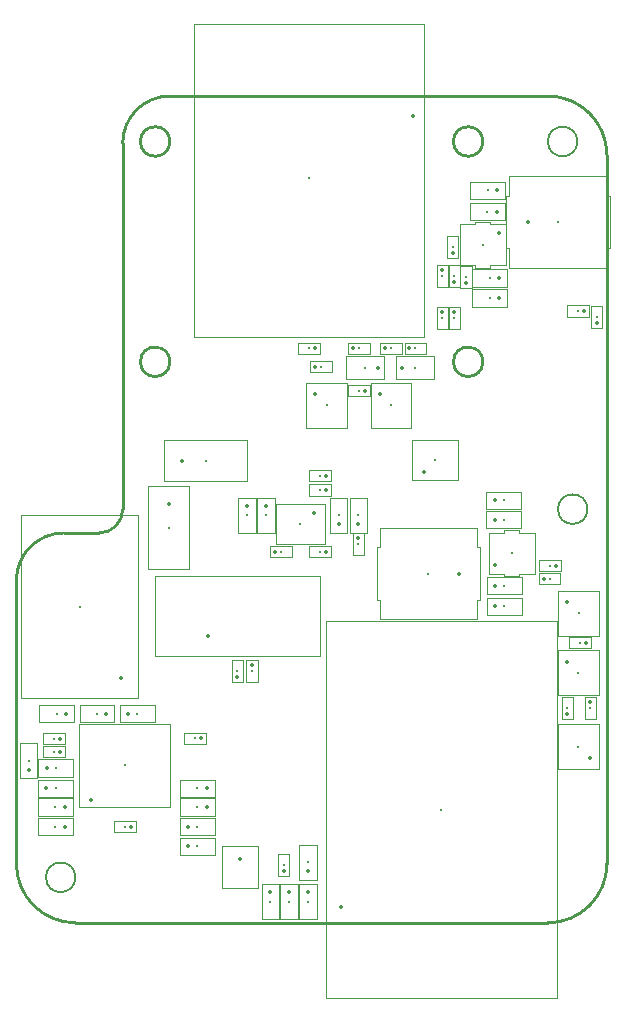
<source format=gbr>
%TF.GenerationSoftware,KiCad,Pcbnew,7.0.11*%
%TF.CreationDate,2024-11-04T12:51:28+05:30*%
%TF.ProjectId,ASD_Visitor Device,4153445f-5669-4736-9974-6f7220446576,rev?*%
%TF.SameCoordinates,Original*%
%TF.FileFunction,Component,L2,Bot*%
%TF.FilePolarity,Positive*%
%FSLAX46Y46*%
G04 Gerber Fmt 4.6, Leading zero omitted, Abs format (unit mm)*
G04 Created by KiCad (PCBNEW 7.0.11) date 2024-11-04 12:51:28*
%MOMM*%
%LPD*%
G01*
G04 APERTURE LIST*
%TA.AperFunction,ComponentMain*%
%ADD10C,0.300000*%
%TD*%
%TA.AperFunction,ComponentOutline,Courtyard*%
%ADD11C,0.100000*%
%TD*%
%TA.AperFunction,ComponentPin*%
%ADD12P,0.360000X4X0.000000*%
%TD*%
%TA.AperFunction,ComponentPin*%
%ADD13C,0.100000*%
%TD*%
%TA.AperFunction,Profile*%
%ADD14C,0.250000*%
%TD*%
%TA.AperFunction,Profile*%
%ADD15C,0.200000*%
%TD*%
G04 APERTURE END LIST*
D10*
%TO.C,C22*%
%TO.CFtp,C_0603_1608Metric*%
%TO.CVal,10uF*%
%TO.CLbN,Capacitor_SMD*%
%TO.CMnt,SMD*%
%TO.CRot,180*%
X149522000Y-102927500D03*
D11*
X151001999Y-102197501D02*
X151001999Y-103657499D01*
X148042001Y-103657499D01*
X148042001Y-102197501D01*
X151001999Y-102197501D01*
D12*
%TO.P,C22,1*%
X148747000Y-102927500D03*
D13*
%TO.P,C22,2*%
X150297000Y-102927500D03*
%TD*%
D10*
%TO.C,C4*%
%TO.CFtp,C_0603_1608Metric*%
%TO.CVal,0.1uF*%
%TO.CLbN,Capacitor_SMD*%
%TO.CMnt,SMD*%
%TO.CRot,180*%
X123585000Y-130560000D03*
D11*
X125064999Y-129830001D02*
X125064999Y-131289999D01*
X122105001Y-131289999D01*
X122105001Y-129830001D01*
X125064999Y-129830001D01*
D12*
%TO.P,C4,1*%
X122810000Y-130560000D03*
D13*
%TO.P,C4,2*%
X124360000Y-130560000D03*
%TD*%
D10*
%TO.C,Q2*%
%TO.CFtp,SOT-23*%
%TO.CVal,SI2304*%
%TO.CLbN,Package_TO_SOT_SMD*%
%TO.CMnt,SMD*%
%TO.CRot,90*%
X155840000Y-117530000D03*
D11*
X157539999Y-115610001D02*
X157539999Y-119449999D01*
X154140001Y-119449999D01*
X154140001Y-115610001D01*
X157539999Y-115610001D01*
D12*
%TO.P,Q2,1,G*%
X154890000Y-116592500D03*
D13*
%TO.P,Q2,2,S*%
X156790000Y-116592500D03*
%TO.P,Q2,3,D*%
X155840000Y-118467500D03*
%TD*%
D10*
%TO.C,Q4*%
%TO.CFtp,SOT-23*%
%TO.CVal,Si2301*%
%TO.CLbN,Package_TO_SOT_SMD*%
%TO.CMnt,SMD*%
%TO.CRot,180*%
X143687500Y-99550000D03*
D11*
X145607499Y-97850001D02*
X145607499Y-101249999D01*
X141767501Y-101249999D01*
X141767501Y-97850001D01*
X145607499Y-97850001D01*
D12*
%TO.P,Q4,1,G*%
X142750000Y-100500000D03*
D13*
%TO.P,Q4,2,S*%
X142750000Y-98600000D03*
%TO.P,Q4,3,D*%
X144625000Y-99550000D03*
%TD*%
D10*
%TO.C,R31*%
%TO.CFtp,R_0402_1005Metric*%
%TO.CVal,10K*%
%TO.CLbN,Resistor_SMD*%
%TO.CMnt,SMD*%
%TO.CRot,90*%
X144320000Y-87470000D03*
D11*
X144789999Y-86540001D02*
X144789999Y-88399999D01*
X143850001Y-88399999D01*
X143850001Y-86540001D01*
X144789999Y-86540001D01*
D12*
%TO.P,R31,1*%
X144320000Y-86960000D03*
D13*
%TO.P,R31,2*%
X144320000Y-87980000D03*
%TD*%
D10*
%TO.C,L1*%
%TO.CFtp,IND_IHLP-2525CZ-01_VIS-M*%
%TO.CVal,SRN8040-100M_INDUC*%
%TO.CLbN,Footprints*%
%TO.CMnt,SMD*%
%TO.CRot,180*%
X154110000Y-79360000D03*
D11*
X158237499Y-75486501D02*
X158237499Y-77137500D01*
X158237500Y-77137501D01*
X158491499Y-77137501D01*
X158491499Y-81582499D01*
X158237500Y-81582499D01*
X158237499Y-81582500D01*
X158237499Y-83233499D01*
X149982501Y-83233499D01*
X149982501Y-81582500D01*
X149982500Y-81582499D01*
X149728501Y-81582499D01*
X149728501Y-77137501D01*
X149982500Y-77137501D01*
X149982501Y-77137500D01*
X149982501Y-75486501D01*
X158237499Y-75486501D01*
D12*
%TO.P,L1,1*%
X151544600Y-79360000D03*
D13*
%TO.P,L1,2*%
X156675400Y-79360000D03*
%TD*%
D10*
%TO.C,L2*%
%TO.CFtp,IND_IHLP-2525CZ-01_VIS-M*%
%TO.CVal,2.2uH*%
%TO.CLbN,Footprints*%
%TO.CMnt,SMD*%
%TO.CRot,0*%
X143132000Y-109140000D03*
D11*
X147259499Y-105266501D02*
X147259499Y-106917500D01*
X147259500Y-106917501D01*
X147513499Y-106917501D01*
X147513499Y-111362499D01*
X147259500Y-111362499D01*
X147259499Y-111362500D01*
X147259499Y-113013499D01*
X139004501Y-113013499D01*
X139004501Y-111362500D01*
X139004500Y-111362499D01*
X138750501Y-111362499D01*
X138750501Y-106917501D01*
X139004500Y-106917501D01*
X139004501Y-106917500D01*
X139004501Y-105266501D01*
X147259499Y-105266501D01*
D12*
%TO.P,L2,1*%
X145697400Y-109140000D03*
D13*
%TO.P,L2,2*%
X140566600Y-109140000D03*
%TD*%
D10*
%TO.C,R1*%
%TO.CFtp,R_0402_1005Metric*%
%TO.CVal,470E*%
%TO.CLbN,Resistor_SMD*%
%TO.CMnt,SMD*%
%TO.CRot,0*%
X111400000Y-124220000D03*
D11*
X112329999Y-123750001D02*
X112329999Y-124689999D01*
X110470001Y-124689999D01*
X110470001Y-123750001D01*
X112329999Y-123750001D01*
D12*
%TO.P,R1,1*%
X111910000Y-124220000D03*
D13*
%TO.P,R1,2*%
X110890000Y-124220000D03*
%TD*%
D10*
%TO.C,R6*%
%TO.CFtp,R_0402_1005Metric*%
%TO.CVal,1K*%
%TO.CLbN,Resistor_SMD*%
%TO.CMnt,SMD*%
%TO.CRot,180*%
X134070000Y-91610000D03*
D11*
X134999999Y-91140001D02*
X134999999Y-92079999D01*
X133140001Y-92079999D01*
X133140001Y-91140001D01*
X134999999Y-91140001D01*
D12*
%TO.P,R6,1*%
X133560000Y-91610000D03*
D13*
%TO.P,R6,2*%
X134580000Y-91610000D03*
%TD*%
D10*
%TO.C,Q3*%
%TO.CFtp,SOT-23*%
%TO.CVal,SI2304*%
%TO.CLbN,Package_TO_SOT_SMD*%
%TO.CMnt,SMD*%
%TO.CRot,-90*%
X155840000Y-123790000D03*
D11*
X157539999Y-121870001D02*
X157539999Y-125709999D01*
X154140001Y-125709999D01*
X154140001Y-121870001D01*
X157539999Y-121870001D01*
D12*
%TO.P,Q3,1,G*%
X156790000Y-124727500D03*
D13*
%TO.P,Q3,2,S*%
X154890000Y-124727500D03*
%TO.P,Q3,3,D*%
X155840000Y-122852500D03*
%TD*%
D10*
%TO.C,Q5*%
%TO.CFtp,SOT-23*%
%TO.CVal,SI2304*%
%TO.CLbN,Package_TO_SOT_SMD*%
%TO.CMnt,SMD*%
%TO.CRot,90*%
X139980000Y-94900000D03*
D11*
X141679999Y-92980001D02*
X141679999Y-96819999D01*
X138280001Y-96819999D01*
X138280001Y-92980001D01*
X141679999Y-92980001D01*
D12*
%TO.P,Q5,1,G*%
X139030000Y-93962500D03*
D13*
%TO.P,Q5,2,S*%
X140930000Y-93962500D03*
%TO.P,Q5,3,D*%
X139980000Y-95837500D03*
%TD*%
D10*
%TO.C,C16*%
%TO.CFtp,C_0603_1608Metric*%
%TO.CVal,10uF*%
%TO.CLbN,Capacitor_SMD*%
%TO.CMnt,SMD*%
%TO.CRot,0*%
X148130000Y-78500000D03*
D11*
X149609999Y-77770001D02*
X149609999Y-79229999D01*
X146650001Y-79229999D01*
X146650001Y-77770001D01*
X149609999Y-77770001D01*
D12*
%TO.P,C16,1*%
X148905000Y-78500000D03*
D13*
%TO.P,C16,2*%
X147355000Y-78500000D03*
%TD*%
D10*
%TO.C,C7*%
%TO.CFtp,C_0603_1608Metric*%
%TO.CVal,2.2uF*%
%TO.CLbN,Capacitor_SMD*%
%TO.CMnt,SMD*%
%TO.CRot,180*%
X111570000Y-127320000D03*
D11*
X113049999Y-126590001D02*
X113049999Y-128049999D01*
X110090001Y-128049999D01*
X110090001Y-126590001D01*
X113049999Y-126590001D01*
D12*
%TO.P,C7,1*%
X110795000Y-127320000D03*
D13*
%TO.P,C7,2*%
X112345000Y-127320000D03*
%TD*%
D10*
%TO.C,R34*%
%TO.CFtp,R_0402_1005Metric*%
%TO.CVal,470E*%
%TO.CLbN,Resistor_SMD*%
%TO.CMnt,SMD*%
%TO.CRot,0*%
X155800000Y-86900000D03*
D11*
X156729999Y-86430001D02*
X156729999Y-87369999D01*
X154870001Y-87369999D01*
X154870001Y-86430001D01*
X156729999Y-86430001D01*
D12*
%TO.P,R34,1*%
X156310000Y-86900000D03*
D13*
%TO.P,R34,2*%
X155290000Y-86900000D03*
%TD*%
D10*
%TO.C,C12*%
%TO.CFtp,C_0603_1608Metric*%
%TO.CVal,0.1uF*%
%TO.CLbN,Capacitor_SMD*%
%TO.CMnt,SMD*%
%TO.CRot,0*%
X123580000Y-127320000D03*
D11*
X125059999Y-126590001D02*
X125059999Y-128049999D01*
X122100001Y-128049999D01*
X122100001Y-126590001D01*
X125059999Y-126590001D01*
D12*
%TO.P,C12,1*%
X124355000Y-127320000D03*
D13*
%TO.P,C12,2*%
X122805000Y-127320000D03*
%TD*%
D10*
%TO.C,C19*%
%TO.CFtp,C_0402_1005Metric*%
%TO.CVal,0.1uF*%
%TO.CLbN,Capacitor_SMD*%
%TO.CMnt,SMD*%
%TO.CRot,-90*%
X145200000Y-81470000D03*
D11*
X145659999Y-80560001D02*
X145659999Y-82379999D01*
X144740001Y-82379999D01*
X144740001Y-80560001D01*
X145659999Y-80560001D01*
D12*
%TO.P,C19,1*%
X145200000Y-81950000D03*
D13*
%TO.P,C19,2*%
X145200000Y-80990000D03*
%TD*%
D10*
%TO.C,C8*%
%TO.CFtp,C_0603_1608Metric*%
%TO.CVal,10uF*%
%TO.CLbN,Capacitor_SMD*%
%TO.CMnt,SMD*%
%TO.CRot,0*%
X111670000Y-121000000D03*
D11*
X113149999Y-120270001D02*
X113149999Y-121729999D01*
X110190001Y-121729999D01*
X110190001Y-120270001D01*
X113149999Y-120270001D01*
D12*
%TO.P,C8,1*%
X112445000Y-121000000D03*
D13*
%TO.P,C8,2*%
X110895000Y-121000000D03*
%TD*%
D10*
%TO.C,C14*%
%TO.CFtp,C_0603_1608Metric*%
%TO.CVal,0.1uF*%
%TO.CLbN,Capacitor_SMD*%
%TO.CMnt,SMD*%
%TO.CRot,0*%
X148347772Y-84100000D03*
D11*
X149827771Y-83370001D02*
X149827771Y-84829999D01*
X146867773Y-84829999D01*
X146867773Y-83370001D01*
X149827771Y-83370001D01*
D12*
%TO.P,C14,1*%
X149122772Y-84100000D03*
D13*
%TO.P,C14,2*%
X147572772Y-84100000D03*
%TD*%
D10*
%TO.C,C3*%
%TO.CFtp,C_0603_1608Metric*%
%TO.CVal,10uF*%
%TO.CLbN,Capacitor_SMD*%
%TO.CMnt,SMD*%
%TO.CRot,180*%
X123585000Y-132223336D03*
D11*
X125064999Y-131493337D02*
X125064999Y-132953335D01*
X122105001Y-132953335D01*
X122105001Y-131493337D01*
X125064999Y-131493337D01*
D12*
%TO.P,C3,1*%
X122810000Y-132223336D03*
D13*
%TO.P,C3,2*%
X124360000Y-132223336D03*
%TD*%
D10*
%TO.C,R29*%
%TO.CFtp,R_0402_1005Metric*%
%TO.CVal,10K*%
%TO.CLbN,Resistor_SMD*%
%TO.CMnt,SMD*%
%TO.CRot,180*%
X139980000Y-90040000D03*
D11*
X140909999Y-89570001D02*
X140909999Y-90509999D01*
X139050001Y-90509999D01*
X139050001Y-89570001D01*
X140909999Y-89570001D01*
D12*
%TO.P,R29,1*%
X139470000Y-90040000D03*
D13*
%TO.P,R29,2*%
X140490000Y-90040000D03*
%TD*%
D10*
%TO.C,R13*%
%TO.CFtp,R_0402_1005Metric*%
%TO.CVal,10K*%
%TO.CLbN,Resistor_SMD*%
%TO.CMnt,SMD*%
%TO.CRot,90*%
X144320000Y-83970000D03*
D11*
X144789999Y-83040001D02*
X144789999Y-84899999D01*
X143850001Y-84899999D01*
X143850001Y-83040001D01*
X144789999Y-83040001D01*
D12*
%TO.P,R13,1*%
X144320000Y-83460000D03*
D13*
%TO.P,R13,2*%
X144320000Y-84480000D03*
%TD*%
D10*
%TO.C,C26*%
%TO.CFtp,C_0402_1005Metric*%
%TO.CVal,0.1uF*%
%TO.CLbN,Capacitor_SMD*%
%TO.CMnt,SMD*%
%TO.CRot,180*%
X153390000Y-109560000D03*
D11*
X154299999Y-109100001D02*
X154299999Y-110019999D01*
X152480001Y-110019999D01*
X152480001Y-109100001D01*
X154299999Y-109100001D01*
D12*
%TO.P,C26,1*%
X152910000Y-109560000D03*
D13*
%TO.P,C26,2*%
X153870000Y-109560000D03*
%TD*%
D10*
%TO.C,R32*%
%TO.CFtp,R_0402_1005Metric*%
%TO.CVal,220K*%
%TO.CLbN,Resistor_SMD*%
%TO.CMnt,SMD*%
%TO.CRot,180*%
X142042500Y-90040000D03*
D11*
X142972499Y-89570001D02*
X142972499Y-90509999D01*
X141112501Y-90509999D01*
X141112501Y-89570001D01*
X142972499Y-89570001D01*
D12*
%TO.P,R32,1*%
X141532500Y-90040000D03*
D13*
%TO.P,R32,2*%
X142552500Y-90040000D03*
%TD*%
D10*
%TO.C,R19*%
%TO.CFtp,R_0402_1005Metric*%
%TO.CVal,10K*%
%TO.CLbN,Resistor_SMD*%
%TO.CMnt,SMD*%
%TO.CRot,-90*%
X154910000Y-120540000D03*
D11*
X155379999Y-119610001D02*
X155379999Y-121469999D01*
X154440001Y-121469999D01*
X154440001Y-119610001D01*
X155379999Y-119610001D01*
D12*
%TO.P,R19,1*%
X154910000Y-121050000D03*
D13*
%TO.P,R19,2*%
X154910000Y-120030000D03*
%TD*%
D10*
%TO.C,C11*%
%TO.CFtp,C_0603_1608Metric*%
%TO.CVal,10uF*%
%TO.CLbN,Capacitor_SMD*%
%TO.CMnt,SMD*%
%TO.CRot,0*%
X123585000Y-128890000D03*
D11*
X125064999Y-128160001D02*
X125064999Y-129619999D01*
X122105001Y-129619999D01*
X122105001Y-128160001D01*
X125064999Y-128160001D01*
D12*
%TO.P,C11,1*%
X124360000Y-128890000D03*
D13*
%TO.P,C11,2*%
X122810000Y-128890000D03*
%TD*%
D10*
%TO.C,C10*%
%TO.CFtp,C_0603_1608Metric*%
%TO.CVal,2.2uF*%
%TO.CLbN,Capacitor_SMD*%
%TO.CMnt,SMD*%
%TO.CRot,180*%
X111585000Y-125590000D03*
D11*
X113064999Y-124860001D02*
X113064999Y-126319999D01*
X110105001Y-126319999D01*
X110105001Y-124860001D01*
X113064999Y-124860001D01*
D12*
%TO.P,C10,1*%
X110810000Y-125590000D03*
D13*
%TO.P,C10,2*%
X112360000Y-125590000D03*
%TD*%
D10*
%TO.C,U2*%
%TO.CFtp,SOT-23-6*%
%TO.CVal,BQ21040DBVR*%
%TO.CLbN,Package_TO_SOT_SMD*%
%TO.CMnt,SMD*%
%TO.CRot,0*%
X132292500Y-104960000D03*
D11*
X134342499Y-103260001D02*
X134342499Y-106659999D01*
X130242501Y-106659999D01*
X130242501Y-103260001D01*
X134342499Y-103260001D01*
D12*
%TO.P,U2,1,TS*%
X133430000Y-104010000D03*
D13*
%TO.P,U2,2,OUT*%
X133430000Y-104960000D03*
%TO.P,U2,3,~{CHG}*%
X133430000Y-105910000D03*
%TO.P,U2,4,ISET*%
X131155000Y-105910000D03*
%TO.P,U2,5,GND*%
X131155000Y-104960000D03*
%TO.P,U2,6,VIN*%
X131155000Y-104010000D03*
%TD*%
D10*
%TO.C,R15*%
%TO.CFtp,R_0402_1005Metric*%
%TO.CVal,10K*%
%TO.CLbN,Resistor_SMD*%
%TO.CMnt,SMD*%
%TO.CRot,-90*%
X126946500Y-117400000D03*
D11*
X127416499Y-116470001D02*
X127416499Y-118329999D01*
X126476501Y-118329999D01*
X126476501Y-116470001D01*
X127416499Y-116470001D01*
D12*
%TO.P,R15,1*%
X126946500Y-117910000D03*
D13*
%TO.P,R15,2*%
X126946500Y-116890000D03*
%TD*%
D10*
%TO.C,C32*%
%TO.CFtp,C_0603_1608Metric*%
%TO.CVal,0.1uF*%
%TO.CLbN,Capacitor_SMD*%
%TO.CMnt,SMD*%
%TO.CRot,90*%
X132935000Y-136905000D03*
D11*
X133664999Y-135425001D02*
X133664999Y-138384999D01*
X132205001Y-138384999D01*
X132205001Y-135425001D01*
X133664999Y-135425001D01*
D12*
%TO.P,C32,1*%
X132935000Y-136130000D03*
D13*
%TO.P,C32,2*%
X132935000Y-137680000D03*
%TD*%
D10*
%TO.C,R5*%
%TO.CFtp,R_0402_1005Metric*%
%TO.CVal,10K*%
%TO.CLbN,Resistor_SMD*%
%TO.CMnt,SMD*%
%TO.CRot,0*%
X133000000Y-90040000D03*
D11*
X133929999Y-89570001D02*
X133929999Y-90509999D01*
X132070001Y-90509999D01*
X132070001Y-89570001D01*
X133929999Y-89570001D01*
D12*
%TO.P,R5,1*%
X133510000Y-90040000D03*
D13*
%TO.P,R5,2*%
X132490000Y-90040000D03*
%TD*%
D10*
%TO.C,R33*%
%TO.CFtp,R_0402_1005Metric*%
%TO.CVal,100K*%
%TO.CLbN,Resistor_SMD*%
%TO.CMnt,SMD*%
%TO.CRot,0*%
X137250000Y-93670000D03*
D11*
X138179999Y-93200001D02*
X138179999Y-94139999D01*
X136320001Y-94139999D01*
X136320001Y-93200001D01*
X138179999Y-93200001D01*
D12*
%TO.P,R33,1*%
X137760000Y-93670000D03*
D13*
%TO.P,R33,2*%
X136740000Y-93670000D03*
%TD*%
D10*
%TO.C,C17*%
%TO.CFtp,C_0603_1608Metric*%
%TO.CVal,2.2uF*%
%TO.CLbN,Capacitor_SMD*%
%TO.CMnt,SMD*%
%TO.CRot,-90*%
X137206250Y-104190000D03*
D11*
X137936249Y-102710001D02*
X137936249Y-105669999D01*
X136476251Y-105669999D01*
X136476251Y-102710001D01*
X137936249Y-102710001D01*
D12*
%TO.P,C17,1*%
X137206250Y-104965000D03*
D13*
%TO.P,C17,2*%
X137206250Y-103415000D03*
%TD*%
D10*
%TO.C,U6*%
%TO.CFtp,XCVR_ESP32-WROVER*%
%TO.CVal,ESP32-WROVER-IE-N16R8 *%
%TO.CLbN,Dotworld*%
%TO.CMnt,SMD*%
%TO.CRot,180*%
X144242500Y-129120000D03*
D11*
X153992499Y-113170001D02*
X153992499Y-145069999D01*
X134492501Y-145069999D01*
X134492501Y-113170001D01*
X153992499Y-113170001D01*
D12*
%TO.P,U6,1,GND*%
X135742500Y-137380000D03*
D13*
%TO.P,U6,2,3V3*%
X135742500Y-136110000D03*
%TO.P,U6,3,EN*%
X135742500Y-134840000D03*
%TO.P,U6,4,SENSOR_VP/GPIO36/ADC1_CH0/RTC_GPIO0*%
X135742500Y-133570000D03*
%TO.P,U6,5,SENSOR_VN/GPIO39/ADC1_CH3/RTC_GPIO3*%
X135742500Y-132300000D03*
%TO.P,U6,6,IO34/GPIO34/ADC1_CH6/RTC_GPIO4*%
X135742500Y-131030000D03*
%TO.P,U6,7,IO35/GPIO35/ADC1_CH7/RTC_GPIO5*%
X135742500Y-129760000D03*
%TO.P,U6,8,IO32/GPIO32/XTAL_32K_P/ADC1_CH4/TOUCH9/RTC_GPIO9*%
X135742500Y-128490000D03*
%TO.P,U6,9,IO33/GPIO33/XTAL_32K_N/ADC1_CH5/TOUCH8/RTC_GPIO8*%
X135742500Y-127220000D03*
%TO.P,U6,10,IO25/GPIO25/DAC_1/ADC2_CH8/RTC_GPIO6/EMAC_RXD0*%
X135742500Y-125950000D03*
%TO.P,U6,11,IO26/DAC_2/ADC2_CH9/RTC_GPIO7/EMAC_RXD1*%
X135742500Y-124680000D03*
%TO.P,U6,12,IO27/GPIO27/ADC2_CH7/TOUCH7/RTC_GPIO17/EMAC_RX_DV*%
X135742500Y-123410000D03*
%TO.P,U6,13,IO14/GPIO14/ADC2_CH6/TOUCH6/RTC_GPIO16/MTMS/HSPICLK/HS2_CLK/SD_CLK/EMAC_TXD2*%
X135742500Y-122140000D03*
%TO.P,U6,14,IO12/GPIO12/ADC2_CH5/TOUCH5/RTC_GPIO15/HSPIQ/HS2_DATA2/SD_DATA2/EMAC_TXD3*%
X135742500Y-120870000D03*
%TO.P,U6,15,GND*%
X135742500Y-119600000D03*
%TO.P,U6,16,IO13/GPIO13/ADC2_CH4/TOUCH4/RTC_GPIO14/MTCK/HSPID/HS2_DATA3/SD_DATA3/EMAC_RX_ER*%
X135742500Y-118330000D03*
%TO.P,U6,17,SHD/SD2\u002A/GPIO9/SD_DATA2/SPIHD/HS1_DATA2/U1RXD*%
X135742500Y-117060000D03*
%TO.P,U6,18,SWP/SD3\u002A/GPIO10/SD_DATA3/SPIWP/HS1_DATA3/U1TXD*%
X135742500Y-115790000D03*
%TO.P,U6,19,SCS/CMD\u002A/GPIO11/SD_CMD/SPICS0/HS1_CMD/U1RTS*%
X135742500Y-114520000D03*
%TO.P,U6,20,SCK/CLK\u002A/GPIO6/SD_CLK/SPICLK/HS1_CLK/U1CTS*%
X152742500Y-114520000D03*
%TO.P,U6,21,SDO/SD0\u002A/GPIO7/SD_DATA0/SPIQ/HS1_DATA0/U2RTS*%
X152742500Y-115790000D03*
%TO.P,U6,22,SDI/SD1\u002A/GPIO8/SD_DATA1/SPID/HS1_DATA1/U2CTS*%
X152742500Y-117060000D03*
%TO.P,U6,23,IO15/GPIO15/ADC2_CH3/TOUCH3/MTDO/HSPICS0/RTC_GPIO13/HS2_CMD/SD_CMD/EMAC_RXD3*%
X152742500Y-118330000D03*
%TO.P,U6,24,IO2/GPIO2/ADC2_CH2/TOUCH2/RTC_GPIO12/HSPIWP/HS2_DATA0/SD_DATA0*%
X152742500Y-119600000D03*
%TO.P,U6,25,IO0/GPIO0/ADC2_CH1/TOUCH1/RTC_GPIO11/CLK_OUT1/EMAC_TX_CLK*%
X152742500Y-120870000D03*
%TO.P,U6,26,IO4/GPIO4/ADC2_CH0/TOUCH0/RTC_GPIO10/HSPIHD/HS2_DATA1/SD_DATA1/EMAC_TX_ER*%
X152742500Y-122140000D03*
%TO.P,U6,27*%
X152742500Y-123410000D03*
%TO.P,U6,28*%
X152742500Y-124680000D03*
%TO.P,U6,29,IO5/GPIO5/VSPICS0/HS1_DATA6/EMAC_RX_CLK*%
X152742500Y-125950000D03*
%TO.P,U6,30,IO18/GPIO18/VSPICLK/HS1_DATA7*%
X152742500Y-127220000D03*
%TO.P,U6,31,IO19/GPIO19/VSPIQ/U0CTS/EMAC_TXD0*%
X152742500Y-128490000D03*
%TO.P,U6,32*%
X152742500Y-129760000D03*
%TO.P,U6,33,IO21/GPIO21/VSPIHD/EMAC_TX_EN*%
X152742500Y-131030000D03*
%TO.P,U6,34,RXD0/GPIO3/U0RXD/CLK_OUT2*%
X152742500Y-132300000D03*
%TO.P,U6,35,TXD0/GPIO1/U0TXD/CLK_OUT3/EMAC_RXD2*%
X152742500Y-133570000D03*
%TO.P,U6,36,IO22/GPIO22/VSPIWP/U0RTS/EMAC_TXD1*%
X152742500Y-134840000D03*
%TO.P,U6,37,IO23/GPIO23/VSPID/HS1_STROBE*%
X152742500Y-136110000D03*
%TO.P,U6,38,GND*%
X152742500Y-137380000D03*
%TO.P,U6,39,EP*%
X143242500Y-129880000D03*
%TD*%
D10*
%TO.C,U3*%
%TO.CFtp,TPS63000DRCR*%
%TO.CVal,TPS63001DRCR*%
%TO.CLbN,Dotworld*%
%TO.CMnt,SMD*%
%TO.CRot,0*%
X147722772Y-81290000D03*
D11*
X148347771Y-79340001D02*
X148347771Y-79540000D01*
X148347772Y-79540001D01*
X149672771Y-79540001D01*
X149672771Y-83039999D01*
X148347772Y-83039999D01*
X148347771Y-83040000D01*
X148347771Y-83239999D01*
X147097773Y-83239999D01*
X147097773Y-83040000D01*
X147097772Y-83039999D01*
X145772773Y-83039999D01*
X145772773Y-79540001D01*
X147097772Y-79540001D01*
X147097773Y-79540000D01*
X147097773Y-79340001D01*
X148347771Y-79340001D01*
D12*
%TO.P,U3,1,VOUT*%
X149122772Y-80290000D03*
D13*
%TO.P,U3,2,L2*%
X149122772Y-80790000D03*
%TO.P,U3,3,PGND*%
X149122772Y-81290000D03*
%TO.P,U3,4,L1*%
X149122772Y-81790000D03*
%TO.P,U3,5,VIN*%
X149122772Y-82290000D03*
%TO.P,U3,6,EN*%
X146322772Y-82290000D03*
%TO.P,U3,7,PS/SYNC*%
X146322772Y-81790000D03*
%TO.P,U3,8,VINA*%
X146322772Y-81290000D03*
%TO.P,U3,9,GND*%
X146322772Y-80790000D03*
%TO.P,U3,10,FB*%
X146322772Y-80290000D03*
%TO.P,U3,11,EP*%
X147722772Y-81290000D03*
%TO.P,U3,11_1,EP__1*%
X147972772Y-79840000D03*
%TO.P,U3,11_2,EP__2*%
X147472772Y-79840000D03*
%TO.P,U3,11_3,EP__3*%
X147472772Y-82740000D03*
%TO.P,U3,11_4,EP__4*%
X147972772Y-82740000D03*
%TO.P,U3,11_5,EP__5*%
X147722772Y-80340000D03*
%TO.P,U3,11_6,EP__6*%
X148297772Y-81290000D03*
%TO.P,U3,11_7,EP__7*%
X147147772Y-81290000D03*
%TO.P,U3,11_8,EP__8*%
X147722772Y-82240000D03*
%TD*%
D10*
%TO.C,Q6*%
%TO.CFtp,SOT-23*%
%TO.CVal,SI2304*%
%TO.CLbN,Package_TO_SOT_SMD*%
%TO.CMnt,SMD*%
%TO.CRot,90*%
X155850000Y-112502500D03*
D11*
X157549999Y-110582501D02*
X157549999Y-114422499D01*
X154150001Y-114422499D01*
X154150001Y-110582501D01*
X157549999Y-110582501D01*
D12*
%TO.P,Q6,1,G*%
X154900000Y-111565000D03*
D13*
%TO.P,Q6,2,S*%
X156800000Y-111565000D03*
%TO.P,Q6,3,D*%
X155850000Y-113440000D03*
%TD*%
D10*
%TO.C,R8*%
%TO.CFtp,R_0402_1005Metric*%
%TO.CVal,560E*%
%TO.CLbN,Resistor_SMD*%
%TO.CMnt,SMD*%
%TO.CRot,180*%
X130645000Y-107280000D03*
D11*
X131574999Y-106810001D02*
X131574999Y-107749999D01*
X129715001Y-107749999D01*
X129715001Y-106810001D01*
X131574999Y-106810001D01*
D12*
%TO.P,R8,1*%
X130135000Y-107280000D03*
D13*
%TO.P,R8,2*%
X131155000Y-107280000D03*
%TD*%
D10*
%TO.C,R9*%
%TO.CFtp,R_0402_1005Metric*%
%TO.CVal,10K*%
%TO.CLbN,Resistor_SMD*%
%TO.CMnt,SMD*%
%TO.CRot,0*%
X133940000Y-107280000D03*
D11*
X134869999Y-106810001D02*
X134869999Y-107749999D01*
X133010001Y-107749999D01*
X133010001Y-106810001D01*
X134869999Y-106810001D01*
D12*
%TO.P,R9,1*%
X134450000Y-107280000D03*
D13*
%TO.P,R9,2*%
X133430000Y-107280000D03*
%TD*%
D10*
%TO.C,R4*%
%TO.CFtp,R_0402_1005Metric*%
%TO.CVal,10K*%
%TO.CLbN,Resistor_SMD*%
%TO.CMnt,SMD*%
%TO.CRot,0*%
X117422500Y-130560000D03*
D11*
X118352499Y-130090001D02*
X118352499Y-131029999D01*
X116492501Y-131029999D01*
X116492501Y-130090001D01*
X118352499Y-130090001D01*
D12*
%TO.P,R4,1*%
X117932500Y-130560000D03*
D13*
%TO.P,R4,2*%
X116912500Y-130560000D03*
%TD*%
D10*
%TO.C,R27*%
%TO.CFtp,R_0402_1005Metric*%
%TO.CVal,200K*%
%TO.CLbN,Resistor_SMD*%
%TO.CMnt,SMD*%
%TO.CRot,90*%
X137200000Y-106600000D03*
D11*
X137669999Y-105670001D02*
X137669999Y-107529999D01*
X136730001Y-107529999D01*
X136730001Y-105670001D01*
X137669999Y-105670001D01*
D12*
%TO.P,R27,1*%
X137200000Y-106090000D03*
D13*
%TO.P,R27,2*%
X137200000Y-107110000D03*
%TD*%
D10*
%TO.C,D4*%
%TO.CFtp,D_SOD-323*%
%TO.CVal,SS34*%
%TO.CLbN,Diode_SMD*%
%TO.CMnt,SMD*%
%TO.CRot,0*%
X137790000Y-91690000D03*
D11*
X139389999Y-90740001D02*
X139389999Y-92639999D01*
X136190001Y-92639999D01*
X136190001Y-90740001D01*
X139389999Y-90740001D01*
D12*
%TO.P,D4,1,K*%
X138840000Y-91690000D03*
D13*
%TO.P,D4,2,A*%
X136740000Y-91690000D03*
%TD*%
D10*
%TO.C,R7*%
%TO.CFtp,R_0402_1005Metric*%
%TO.CVal,10K*%
%TO.CLbN,Resistor_SMD*%
%TO.CMnt,SMD*%
%TO.CRot,0*%
X133940000Y-102060000D03*
D11*
X134869999Y-101590001D02*
X134869999Y-102529999D01*
X133010001Y-102529999D01*
X133010001Y-101590001D01*
X134869999Y-101590001D01*
D12*
%TO.P,R7,1*%
X134450000Y-102060000D03*
D13*
%TO.P,R7,2*%
X133430000Y-102060000D03*
%TD*%
D10*
%TO.C,J1*%
%TO.CFtp,CUI_SJ2-3574A-SMT-TR*%
%TO.CVal,SJ2-3574A-SMT-TR*%
%TO.CLbN,Dotworld*%
%TO.CMnt,SMD*%
%TO.CRot,90*%
X113620000Y-111937500D03*
D11*
X118569999Y-104187501D02*
X118569999Y-119687499D01*
X108670001Y-119687499D01*
X108670001Y-104187501D01*
X118569999Y-104187501D01*
D12*
%TO.P,J1,1*%
X117070000Y-117937500D03*
D13*
%TO.P,J1,*%
X113620000Y-107937500D03*
X113620000Y-114937500D03*
%TO.P,J1,2*%
X110270000Y-116437500D03*
%TO.P,J1,3*%
X110070000Y-112437500D03*
%TO.P,J1,4*%
X110070000Y-109437500D03*
%TD*%
D10*
%TO.C,C20*%
%TO.CFtp,C_0603_1608Metric*%
%TO.CVal,2.2uF*%
%TO.CLbN,Capacitor_SMD*%
%TO.CMnt,SMD*%
%TO.CRot,90*%
X127780000Y-104185000D03*
D11*
X128509999Y-102705001D02*
X128509999Y-105664999D01*
X127050001Y-105664999D01*
X127050001Y-102705001D01*
X128509999Y-102705001D01*
D12*
%TO.P,C20,1*%
X127780000Y-103410000D03*
D13*
%TO.P,C20,2*%
X127780000Y-104960000D03*
%TD*%
D10*
%TO.C,J3*%
%TO.CFtp,JST-5P_1.25mm*%
%TO.CVal,Conn_01x05*%
%TO.CLbN,Dotworld*%
%TO.CMnt,TH*%
%TO.CRot,0*%
X124446500Y-114450000D03*
D11*
X133916488Y-109330001D02*
X133916488Y-116069999D01*
X119976513Y-116069999D01*
X119976513Y-109330001D01*
X133916488Y-109330001D01*
D12*
%TO.P,J3,1,Pin_1*%
X124446500Y-114450000D03*
D13*
%TO.P,J3,2,Pin_2*%
X125696500Y-114450000D03*
%TO.P,J3,3,Pin_3*%
X126946500Y-114450000D03*
%TO.P,J3,4,Pin_4*%
X128196500Y-114450000D03*
%TO.P,J3,5,Pin_5*%
X129446500Y-114450000D03*
%TO.P,J3,6*%
X121896500Y-111700000D03*
%TO.P,J3,7*%
X131996500Y-111700000D03*
%TD*%
D10*
%TO.C,D2*%
%TO.CFtp,D_SMA*%
%TO.CVal,SMAJ5.0A*%
%TO.CLbN,Diode_SMD*%
%TO.CMnt,SMD*%
%TO.CRot,180*%
X124272500Y-99570000D03*
D11*
X127772499Y-97820001D02*
X127772499Y-101319999D01*
X120772501Y-101319999D01*
X120772501Y-97820001D01*
X127772499Y-97820001D01*
D12*
%TO.P,D2,1,A1*%
X122272500Y-99570000D03*
D13*
%TO.P,D2,2,A2*%
X126272500Y-99570000D03*
%TD*%
D10*
%TO.C,C13*%
%TO.CFtp,C_0603_1608Metric*%
%TO.CVal,10uF*%
%TO.CLbN,Capacitor_SMD*%
%TO.CMnt,SMD*%
%TO.CRot,0*%
X148347772Y-85800000D03*
D11*
X149827771Y-85070001D02*
X149827771Y-86529999D01*
X146867773Y-86529999D01*
X146867773Y-85070001D01*
X149827771Y-85070001D01*
D12*
%TO.P,C13,1*%
X149122772Y-85800000D03*
D13*
%TO.P,C13,2*%
X147572772Y-85800000D03*
%TD*%
D10*
%TO.C,C23*%
%TO.CFtp,C_0603_1608Metric*%
%TO.CVal,0.1uF*%
%TO.CLbN,Capacitor_SMD*%
%TO.CMnt,SMD*%
%TO.CRot,180*%
X149522000Y-104577500D03*
D11*
X151001999Y-103847501D02*
X151001999Y-105307499D01*
X148042001Y-105307499D01*
X148042001Y-103847501D01*
X151001999Y-103847501D01*
D12*
%TO.P,C23,1*%
X148747000Y-104577500D03*
D13*
%TO.P,C23,2*%
X150297000Y-104577500D03*
%TD*%
D10*
%TO.C,R16*%
%TO.CFtp,R_0402_1005Metric*%
%TO.CVal,10K*%
%TO.CLbN,Resistor_SMD*%
%TO.CMnt,SMD*%
%TO.CRot,90*%
X128196500Y-117400000D03*
D11*
X128666499Y-116470001D02*
X128666499Y-118329999D01*
X127726501Y-118329999D01*
X127726501Y-116470001D01*
X128666499Y-116470001D01*
D12*
%TO.P,R16,1*%
X128196500Y-116890000D03*
D13*
%TO.P,R16,2*%
X128196500Y-117910000D03*
%TD*%
D10*
%TO.C,C25*%
%TO.CFtp,C_0603_1608Metric*%
%TO.CVal,10uF*%
%TO.CLbN,Capacitor_SMD*%
%TO.CMnt,SMD*%
%TO.CRot,180*%
X149572000Y-111912100D03*
D11*
X151051999Y-111182101D02*
X151051999Y-112642099D01*
X148092001Y-112642099D01*
X148092001Y-111182101D01*
X151051999Y-111182101D01*
D12*
%TO.P,C25,1*%
X148797000Y-111912100D03*
D13*
%TO.P,C25,2*%
X150347000Y-111912100D03*
%TD*%
D10*
%TO.C,U1*%
%TO.CFtp,TSSOP-20_4.4x6.5mm_P0.65mm*%
%TO.CVal,PCM5102A*%
%TO.CLbN,Package_SO*%
%TO.CMnt,SMD*%
%TO.CRot,180*%
X117422500Y-125365000D03*
D11*
X121272499Y-121865001D02*
X121272499Y-128864999D01*
X113572501Y-128864999D01*
X113572501Y-121865001D01*
X121272499Y-121865001D01*
D12*
%TO.P,U1,1,CPVDD*%
X114560000Y-128290000D03*
D13*
%TO.P,U1,2,CAPP*%
X114560000Y-127640000D03*
%TO.P,U1,3,CPGND*%
X114560000Y-126990000D03*
%TO.P,U1,4,CAPM*%
X114560000Y-126340000D03*
%TO.P,U1,5,VNEG*%
X114560000Y-125690000D03*
%TO.P,U1,6,OUTL*%
X114560000Y-125040000D03*
%TO.P,U1,7,OUTR*%
X114560000Y-124390000D03*
%TO.P,U1,8,AVDD*%
X114560000Y-123740000D03*
%TO.P,U1,9,AGND*%
X114560000Y-123090000D03*
%TO.P,U1,10,DEMP*%
X114560000Y-122440000D03*
%TO.P,U1,11,FLT*%
X120285000Y-122440000D03*
%TO.P,U1,12,SCK*%
X120285000Y-123090000D03*
%TO.P,U1,13,BCK*%
X120285000Y-123740000D03*
%TO.P,U1,14,DIN*%
X120285000Y-124390000D03*
%TO.P,U1,15,LRCK*%
X120285000Y-125040000D03*
%TO.P,U1,16,FMT*%
X120285000Y-125690000D03*
%TO.P,U1,17,XSMT*%
X120285000Y-126340000D03*
%TO.P,U1,18,LDOO*%
X120285000Y-126990000D03*
%TO.P,U1,19,DGND*%
X120285000Y-127640000D03*
%TO.P,U1,20,DVDD*%
X120285000Y-128290000D03*
%TD*%
D10*
%TO.C,C5*%
%TO.CFtp,C_0603_1608Metric*%
%TO.CVal,10uF*%
%TO.CLbN,Capacitor_SMD*%
%TO.CMnt,SMD*%
%TO.CRot,0*%
X111560000Y-128890000D03*
D11*
X113039999Y-128160001D02*
X113039999Y-129619999D01*
X110080001Y-129619999D01*
X110080001Y-128160001D01*
X113039999Y-128160001D01*
D12*
%TO.P,C5,1*%
X112335000Y-128890000D03*
D13*
%TO.P,C5,2*%
X110785000Y-128890000D03*
%TD*%
D10*
%TO.C,C31*%
%TO.CFtp,C_0603_1608Metric*%
%TO.CVal,10uF*%
%TO.CLbN,Capacitor_SMD*%
%TO.CMnt,SMD*%
%TO.CRot,-90*%
X132935000Y-133570000D03*
D11*
X133664999Y-132090001D02*
X133664999Y-135049999D01*
X132205001Y-135049999D01*
X132205001Y-132090001D01*
X133664999Y-132090001D01*
D12*
%TO.P,C31,1*%
X132935000Y-134345000D03*
D13*
%TO.P,C31,2*%
X132935000Y-132795000D03*
%TD*%
D10*
%TO.C,C18*%
%TO.CFtp,C_0603_1608Metric*%
%TO.CVal,10uF*%
%TO.CLbN,Capacitor_SMD*%
%TO.CMnt,SMD*%
%TO.CRot,-90*%
X135532500Y-104185000D03*
D11*
X136262499Y-102705001D02*
X136262499Y-105664999D01*
X134802501Y-105664999D01*
X134802501Y-102705001D01*
X136262499Y-102705001D01*
D12*
%TO.P,C18,1*%
X135532500Y-104960000D03*
D13*
%TO.P,C18,2*%
X135532500Y-103410000D03*
%TD*%
D10*
%TO.C,R30*%
%TO.CFtp,R_0402_1005Metric*%
%TO.CVal,220E*%
%TO.CLbN,Resistor_SMD*%
%TO.CMnt,SMD*%
%TO.CRot,180*%
X137250000Y-90040000D03*
D11*
X138179999Y-89570001D02*
X138179999Y-90509999D01*
X136320001Y-90509999D01*
X136320001Y-89570001D01*
X138179999Y-89570001D01*
D12*
%TO.P,R30,1*%
X136740000Y-90040000D03*
D13*
%TO.P,R30,2*%
X137760000Y-90040000D03*
%TD*%
D10*
%TO.C,C9*%
%TO.CFtp,C_0603_1608Metric*%
%TO.CVal,0.1uF*%
%TO.CLbN,Capacitor_SMD*%
%TO.CMnt,SMD*%
%TO.CRot,-90*%
X109290000Y-124990000D03*
D11*
X110019999Y-123510001D02*
X110019999Y-126469999D01*
X108560001Y-126469999D01*
X108560001Y-123510001D01*
X110019999Y-123510001D01*
D12*
%TO.P,C9,1*%
X109290000Y-125765000D03*
D13*
%TO.P,C9,2*%
X109290000Y-124215000D03*
%TD*%
D10*
%TO.C,Q1*%
%TO.CFtp,SOT-23*%
%TO.CVal,SI2304*%
%TO.CLbN,Package_TO_SOT_SMD*%
%TO.CMnt,SMD*%
%TO.CRot,90*%
X134510000Y-94900000D03*
D11*
X136209999Y-92980001D02*
X136209999Y-96819999D01*
X132810001Y-96819999D01*
X132810001Y-92980001D01*
X136209999Y-92980001D01*
D12*
%TO.P,Q1,1,G*%
X133560000Y-93962500D03*
D13*
%TO.P,Q1,2,S*%
X135460000Y-93962500D03*
%TO.P,Q1,3,D*%
X134510000Y-95837500D03*
%TD*%
D10*
%TO.C,C21*%
%TO.CFtp,C_0603_1608Metric*%
%TO.CVal,10uF*%
%TO.CLbN,Capacitor_SMD*%
%TO.CMnt,SMD*%
%TO.CRot,90*%
X129380000Y-104185000D03*
D11*
X130109999Y-102705001D02*
X130109999Y-105664999D01*
X128650001Y-105664999D01*
X128650001Y-102705001D01*
X130109999Y-102705001D01*
D12*
%TO.P,C21,1*%
X129380000Y-103410000D03*
D13*
%TO.P,C21,2*%
X129380000Y-104960000D03*
%TD*%
D10*
%TO.C,R12*%
%TO.CFtp,R_0402_1005Metric*%
%TO.CVal,10K*%
%TO.CLbN,Resistor_SMD*%
%TO.CMnt,SMD*%
%TO.CRot,-90*%
X145321386Y-83970000D03*
D11*
X145791385Y-83040001D02*
X145791385Y-84899999D01*
X144851387Y-84899999D01*
X144851387Y-83040001D01*
X145791385Y-83040001D01*
D12*
%TO.P,R12,1*%
X145321386Y-84480000D03*
D13*
%TO.P,R12,2*%
X145321386Y-83460000D03*
%TD*%
D10*
%TO.C,C6*%
%TO.CFtp,C_0603_1608Metric*%
%TO.CVal,0.1uF*%
%TO.CLbN,Capacitor_SMD*%
%TO.CMnt,SMD*%
%TO.CRot,0*%
X111560000Y-130560000D03*
D11*
X113039999Y-129830001D02*
X113039999Y-131289999D01*
X110080001Y-131289999D01*
X110080001Y-129830001D01*
X113039999Y-129830001D01*
D12*
%TO.P,C6,1*%
X112335000Y-130560000D03*
D13*
%TO.P,C6,2*%
X110785000Y-130560000D03*
%TD*%
D10*
%TO.C,D1*%
%TO.CFtp,D_SMA*%
%TO.CVal,SS34*%
%TO.CLbN,Diode_SMD*%
%TO.CMnt,SMD*%
%TO.CRot,90*%
X121158000Y-105250000D03*
D11*
X122907999Y-101750001D02*
X122907999Y-108749999D01*
X119408001Y-108749999D01*
X119408001Y-101750001D01*
X122907999Y-101750001D01*
D12*
%TO.P,D1,1,K*%
X121158000Y-103250000D03*
D13*
%TO.P,D1,2,A*%
X121158000Y-107250000D03*
%TD*%
D10*
%TO.C,C33*%
%TO.CFtp,C_0603_1608Metric*%
%TO.CVal,0.1uF*%
%TO.CLbN,Capacitor_SMD*%
%TO.CMnt,SMD*%
%TO.CRot,90*%
X131335000Y-136905000D03*
D11*
X132064999Y-135425001D02*
X132064999Y-138384999D01*
X130605001Y-138384999D01*
X130605001Y-135425001D01*
X132064999Y-135425001D01*
D12*
%TO.P,C33,1*%
X131335000Y-136130000D03*
D13*
%TO.P,C33,2*%
X131335000Y-137680000D03*
%TD*%
D10*
%TO.C,R36*%
%TO.CFtp,R_0402_1005Metric*%
%TO.CVal,10K*%
%TO.CLbN,Resistor_SMD*%
%TO.CMnt,SMD*%
%TO.CRot,0*%
X155940000Y-115000000D03*
D11*
X156869999Y-114530001D02*
X156869999Y-115469999D01*
X155010001Y-115469999D01*
X155010001Y-114530001D01*
X156869999Y-114530001D01*
D12*
%TO.P,R36,1*%
X156450000Y-115000000D03*
D13*
%TO.P,R36,2*%
X155430000Y-115000000D03*
%TD*%
D10*
%TO.C,R28*%
%TO.CFtp,R_0402_1005Metric*%
%TO.CVal,10K*%
%TO.CLbN,Resistor_SMD*%
%TO.CMnt,SMD*%
%TO.CRot,90*%
X145321386Y-87470000D03*
D11*
X145791385Y-86540001D02*
X145791385Y-88399999D01*
X144851387Y-88399999D01*
X144851387Y-86540001D01*
X145791385Y-86540001D01*
D12*
%TO.P,R28,1*%
X145321386Y-86960000D03*
D13*
%TO.P,R28,2*%
X145321386Y-87980000D03*
%TD*%
D10*
%TO.C,R3*%
%TO.CFtp,R_0402_1005Metric*%
%TO.CVal,0E*%
%TO.CLbN,Resistor_SMD*%
%TO.CMnt,SMD*%
%TO.CRot,0*%
X123335000Y-123090000D03*
D11*
X124264999Y-122620001D02*
X124264999Y-123559999D01*
X122405001Y-123559999D01*
X122405001Y-122620001D01*
X124264999Y-122620001D01*
D12*
%TO.P,R3,1*%
X123845000Y-123090000D03*
D13*
%TO.P,R3,2*%
X122825000Y-123090000D03*
%TD*%
D10*
%TO.C,J7*%
%TO.CFtp,PinHeader_1x02_P1.27mm_Vertical*%
%TO.CVal,Conn_01x02*%
%TO.CLbN,Connector_PinHeader_1.27mm*%
%TO.CMnt,TH*%
%TO.CRot,0*%
X127200000Y-133325000D03*
D11*
X128749999Y-132175001D02*
X128749999Y-135774999D01*
X125650001Y-135774999D01*
X125650001Y-132175001D01*
X128749999Y-132175001D01*
D12*
%TO.P,J7,1,Pin_1*%
X127200000Y-133325000D03*
D13*
%TO.P,J7,2,Pin_2*%
X127200000Y-134595000D03*
%TD*%
D10*
%TO.C,R10*%
%TO.CFtp,R_0402_1005Metric*%
%TO.CVal,270E*%
%TO.CLbN,Resistor_SMD*%
%TO.CMnt,SMD*%
%TO.CRot,0*%
X133940000Y-100838000D03*
D11*
X134869999Y-100368001D02*
X134869999Y-101307999D01*
X133010001Y-101307999D01*
X133010001Y-100368001D01*
X134869999Y-100368001D01*
D12*
%TO.P,R10,1*%
X134450000Y-100838000D03*
D13*
%TO.P,R10,2*%
X133430000Y-100838000D03*
%TD*%
D10*
%TO.C,C24*%
%TO.CFtp,C_0603_1608Metric*%
%TO.CVal,10uF*%
%TO.CLbN,Capacitor_SMD*%
%TO.CMnt,SMD*%
%TO.CRot,180*%
X149572000Y-110152100D03*
D11*
X151051999Y-109422101D02*
X151051999Y-110882099D01*
X148092001Y-110882099D01*
X148092001Y-109422101D01*
X151051999Y-109422101D01*
D12*
%TO.P,C24,1*%
X148797000Y-110152100D03*
D13*
%TO.P,C24,2*%
X150347000Y-110152100D03*
%TD*%
D10*
%TO.C,C15*%
%TO.CFtp,C_0603_1608Metric*%
%TO.CVal,10uF*%
%TO.CLbN,Capacitor_SMD*%
%TO.CMnt,SMD*%
%TO.CRot,0*%
X148140000Y-76690000D03*
D11*
X149619999Y-75960001D02*
X149619999Y-77419999D01*
X146660001Y-77419999D01*
X146660001Y-75960001D01*
X149619999Y-75960001D01*
D12*
%TO.P,C15,1*%
X148915000Y-76690000D03*
D13*
%TO.P,C15,2*%
X147365000Y-76690000D03*
%TD*%
D10*
%TO.C,R18*%
%TO.CFtp,R_0402_1005Metric*%
%TO.CVal,10K*%
%TO.CLbN,Resistor_SMD*%
%TO.CMnt,SMD*%
%TO.CRot,-90*%
X130900000Y-133835000D03*
D11*
X131369999Y-132905001D02*
X131369999Y-134764999D01*
X130430001Y-134764999D01*
X130430001Y-132905001D01*
X131369999Y-132905001D01*
D12*
%TO.P,R18,1*%
X130900000Y-134345000D03*
D13*
%TO.P,R18,2*%
X130900000Y-133325000D03*
%TD*%
D10*
%TO.C,D5*%
%TO.CFtp,LED_0402_1005Metric*%
%TO.CVal,LED*%
%TO.CLbN,LED_SMD*%
%TO.CMnt,SMD*%
%TO.CRot,-90*%
X157400000Y-87400000D03*
D11*
X157869999Y-86470001D02*
X157869999Y-88329999D01*
X156930001Y-88329999D01*
X156930001Y-86470001D01*
X157869999Y-86470001D01*
D12*
%TO.P,D5,1,K*%
X157400000Y-87885000D03*
D13*
%TO.P,D5,2,A*%
X157400000Y-86915000D03*
%TD*%
D10*
%TO.C,C1*%
%TO.CFtp,C_0603_1608Metric*%
%TO.CVal,10uF*%
%TO.CLbN,Capacitor_SMD*%
%TO.CMnt,SMD*%
%TO.CRot,180*%
X118480000Y-121000000D03*
D11*
X119959999Y-120270001D02*
X119959999Y-121729999D01*
X117000001Y-121729999D01*
X117000001Y-120270001D01*
X119959999Y-120270001D01*
D12*
%TO.P,C1,1*%
X117705000Y-121000000D03*
D13*
%TO.P,C1,2*%
X119255000Y-121000000D03*
%TD*%
D10*
%TO.C,R26*%
%TO.CFtp,R_0402_1005Metric*%
%TO.CVal,10K*%
%TO.CLbN,Resistor_SMD*%
%TO.CMnt,SMD*%
%TO.CRot,90*%
X156825000Y-120540000D03*
D11*
X157294999Y-119610001D02*
X157294999Y-121469999D01*
X156355001Y-121469999D01*
X156355001Y-119610001D01*
X157294999Y-119610001D01*
D12*
%TO.P,R26,1*%
X156825000Y-120030000D03*
D13*
%TO.P,R26,2*%
X156825000Y-121050000D03*
%TD*%
D10*
%TO.C,C34*%
%TO.CFtp,C_0603_1608Metric*%
%TO.CVal,0.1uF*%
%TO.CLbN,Capacitor_SMD*%
%TO.CMnt,SMD*%
%TO.CRot,90*%
X129735000Y-136905000D03*
D11*
X130464999Y-135425001D02*
X130464999Y-138384999D01*
X129005001Y-138384999D01*
X129005001Y-135425001D01*
X130464999Y-135425001D01*
D12*
%TO.P,C34,1*%
X129735000Y-136130000D03*
D13*
%TO.P,C34,2*%
X129735000Y-137680000D03*
%TD*%
D10*
%TO.C,R11*%
%TO.CFtp,R_0402_1005Metric*%
%TO.CVal,100E*%
%TO.CLbN,Resistor_SMD*%
%TO.CMnt,SMD*%
%TO.CRot,-90*%
X146322772Y-83990000D03*
D11*
X146792771Y-83060001D02*
X146792771Y-84919999D01*
X145852773Y-84919999D01*
X145852773Y-83060001D01*
X146792771Y-83060001D01*
D12*
%TO.P,R11,1*%
X146322772Y-84500000D03*
D13*
%TO.P,R11,2*%
X146322772Y-83480000D03*
%TD*%
D10*
%TO.C,U5*%
%TO.CFtp,ESP32-S3-WROOM1-N4R2*%
%TO.CVal,ESP32-S3-WROOM*%
%TO.CLbN,Dotworld*%
%TO.CMnt,SMD*%
%TO.CRot,0*%
X133050000Y-75640000D03*
D11*
X142799999Y-62640001D02*
X142799999Y-89139999D01*
X123300001Y-89139999D01*
X123300001Y-62640001D01*
X142799999Y-62640001D01*
D12*
%TO.P,U5,1,GND*%
X141800000Y-70380000D03*
D13*
%TO.P,U5,2,3V3*%
X141800000Y-71650000D03*
%TO.P,U5,3,EN*%
X141800000Y-72920000D03*
%TO.P,U5,4,IO4*%
X141800000Y-74190000D03*
%TO.P,U5,5,IO5*%
X141800000Y-75460000D03*
%TO.P,U5,6,IO6*%
X141800000Y-76730000D03*
%TO.P,U5,7,IO7*%
X141800000Y-78000000D03*
%TO.P,U5,8,IO15*%
X141800000Y-79270000D03*
%TO.P,U5,9,IO16*%
X141800000Y-80540000D03*
%TO.P,U5,10,IO17*%
X141800000Y-81810000D03*
%TO.P,U5,11,IO18*%
X141800000Y-83080000D03*
%TO.P,U5,12,IO8*%
X141800000Y-84350000D03*
%TO.P,U5,13,IO19*%
X141800000Y-85620000D03*
%TO.P,U5,14,IO20*%
X141800000Y-86890000D03*
%TO.P,U5,15,IO3*%
X140035000Y-88140000D03*
%TO.P,U5,16,IO46*%
X138765000Y-88140000D03*
%TO.P,U5,17,IO9*%
X137495000Y-88140000D03*
%TO.P,U5,18,IO10*%
X136225000Y-88140000D03*
%TO.P,U5,19,IO11*%
X134955000Y-88140000D03*
%TO.P,U5,20,IO12*%
X133685000Y-88140000D03*
%TO.P,U5,21,IO13*%
X132415000Y-88140000D03*
%TO.P,U5,22,IO14*%
X131145000Y-88140000D03*
%TO.P,U5,23,IO21*%
X129875000Y-88140000D03*
%TO.P,U5,24,IO47*%
X128605000Y-88140000D03*
%TO.P,U5,25,IO48*%
X127335000Y-88140000D03*
%TO.P,U5,26,IO45*%
X126065000Y-88140000D03*
%TO.P,U5,27,IO0*%
X124300000Y-86890000D03*
%TO.P,U5,28,IO35*%
X124300000Y-85620000D03*
%TO.P,U5,29,IO36*%
X124300000Y-84350000D03*
%TO.P,U5,30,IO37*%
X124300000Y-83080000D03*
%TO.P,U5,31,IO38*%
X124300000Y-81810000D03*
%TO.P,U5,32,IO39*%
X124300000Y-80540000D03*
%TO.P,U5,33,IO40*%
X124300000Y-79270000D03*
%TO.P,U5,34,IO41*%
X124300000Y-78000000D03*
%TO.P,U5,35,IO42*%
X124300000Y-76730000D03*
%TO.P,U5,36,RXD0*%
X124300000Y-75460000D03*
%TO.P,U5,37,TXD0*%
X124300000Y-74190000D03*
%TO.P,U5,38,IO2*%
X124300000Y-72920000D03*
%TO.P,U5,39,IO1*%
X124300000Y-71650000D03*
%TO.P,U5,40,GND*%
X124300000Y-70380000D03*
%TO.P,U5,41_1,GND*%
X134550000Y-78100000D03*
%TO.P,U5,41_2,GND*%
X135950000Y-78100000D03*
%TO.P,U5,41_3,GND*%
X133150000Y-78100000D03*
%TO.P,U5,41_4,GND*%
X135950000Y-79500000D03*
%TO.P,U5,41_5,GND*%
X134550000Y-79500000D03*
%TO.P,U5,41_6,GND*%
X133150000Y-79500000D03*
%TO.P,U5,41_7,GND*%
X135950000Y-76700000D03*
%TO.P,U5,41_8,GND*%
X134550000Y-76700000D03*
%TO.P,U5,41_9,GND*%
X133150000Y-76700000D03*
%TD*%
D10*
%TO.C,C2*%
%TO.CFtp,C_0603_1608Metric*%
%TO.CVal,0.1uF*%
%TO.CLbN,Capacitor_SMD*%
%TO.CMnt,SMD*%
%TO.CRot,0*%
X115075000Y-121000000D03*
D11*
X116554999Y-120270001D02*
X116554999Y-121729999D01*
X113595001Y-121729999D01*
X113595001Y-120270001D01*
X116554999Y-120270001D01*
D12*
%TO.P,C2,1*%
X115850000Y-121000000D03*
D13*
%TO.P,C2,2*%
X114300000Y-121000000D03*
%TD*%
D10*
%TO.C,D3*%
%TO.CFtp,D_SOD-323*%
%TO.CVal,SS34*%
%TO.CLbN,Diode_SMD*%
%TO.CMnt,SMD*%
%TO.CRot,180*%
X141977500Y-91690000D03*
D11*
X143577499Y-90740001D02*
X143577499Y-92639999D01*
X140377501Y-92639999D01*
X140377501Y-90740001D01*
X143577499Y-90740001D01*
D12*
%TO.P,D3,1,K*%
X140927500Y-91690000D03*
D13*
%TO.P,D3,2,A*%
X143027500Y-91690000D03*
%TD*%
D10*
%TO.C,U4*%
%TO.CFtp,TPS63000DRCR*%
%TO.CVal,TPS63001DRCR*%
%TO.CLbN,Dotworld*%
%TO.CMnt,SMD*%
%TO.CRot,180*%
X150197000Y-107427500D03*
D11*
X150821999Y-105477501D02*
X150821999Y-105677500D01*
X150822000Y-105677501D01*
X152146999Y-105677501D01*
X152146999Y-109177499D01*
X150822000Y-109177499D01*
X150821999Y-109177500D01*
X150821999Y-109377499D01*
X149572001Y-109377499D01*
X149572001Y-109177500D01*
X149572000Y-109177499D01*
X148247001Y-109177499D01*
X148247001Y-105677501D01*
X149572000Y-105677501D01*
X149572001Y-105677500D01*
X149572001Y-105477501D01*
X150821999Y-105477501D01*
D12*
%TO.P,U4,1,VOUT*%
X148797000Y-108427500D03*
D13*
%TO.P,U4,2,L2*%
X148797000Y-107927500D03*
%TO.P,U4,3,PGND*%
X148797000Y-107427500D03*
%TO.P,U4,4,L1*%
X148797000Y-106927500D03*
%TO.P,U4,5,VIN*%
X148797000Y-106427500D03*
%TO.P,U4,6,EN*%
X151597000Y-106427500D03*
%TO.P,U4,7,PS/SYNC*%
X151597000Y-106927500D03*
%TO.P,U4,8,VINA*%
X151597000Y-107427500D03*
%TO.P,U4,9,GND*%
X151597000Y-107927500D03*
%TO.P,U4,10,FB*%
X151597000Y-108427500D03*
%TO.P,U4,11,EP*%
X150197000Y-107427500D03*
%TO.P,U4,11_1,EP__1*%
X149947000Y-108877500D03*
%TO.P,U4,11_2,EP__2*%
X150447000Y-108877500D03*
%TO.P,U4,11_3,EP__3*%
X150447000Y-105977500D03*
%TO.P,U4,11_4,EP__4*%
X149947000Y-105977500D03*
%TO.P,U4,11_5,EP__5*%
X150197000Y-108377500D03*
%TO.P,U4,11_6,EP__6*%
X149622000Y-107427500D03*
%TO.P,U4,11_7,EP__7*%
X150772000Y-107427500D03*
%TO.P,U4,11_8,EP__8*%
X150197000Y-106477500D03*
%TD*%
D10*
%TO.C,R2*%
%TO.CFtp,R_0402_1005Metric*%
%TO.CVal,470E*%
%TO.CLbN,Resistor_SMD*%
%TO.CMnt,SMD*%
%TO.CRot,0*%
X111420000Y-123110000D03*
D11*
X112349999Y-122640001D02*
X112349999Y-123579999D01*
X110490001Y-123579999D01*
X110490001Y-122640001D01*
X112349999Y-122640001D01*
D12*
%TO.P,R2,1*%
X111930000Y-123110000D03*
D13*
%TO.P,R2,2*%
X110910000Y-123110000D03*
%TD*%
D10*
%TO.C,R14*%
%TO.CFtp,R_0402_1005Metric*%
%TO.CVal,100E*%
%TO.CLbN,Resistor_SMD*%
%TO.CMnt,SMD*%
%TO.CRot,0*%
X153410000Y-108460000D03*
D11*
X154339999Y-107990001D02*
X154339999Y-108929999D01*
X152480001Y-108929999D01*
X152480001Y-107990001D01*
X154339999Y-107990001D01*
D12*
%TO.P,R14,1*%
X153920000Y-108460000D03*
D13*
%TO.P,R14,2*%
X152900000Y-108460000D03*
%TD*%
D14*
X121250000Y-72550000D02*
G75*
G03*
X118750000Y-72550000I-1250000J0D01*
G01*
X118750000Y-72550000D02*
G75*
G03*
X121250000Y-72550000I1250000J0D01*
G01*
X112250000Y-105700000D02*
X115250000Y-105700000D01*
D15*
X113250000Y-134850000D02*
G75*
G03*
X110750000Y-134850000I-1250000J0D01*
G01*
X110750000Y-134850000D02*
G75*
G03*
X113250000Y-134850000I1250000J0D01*
G01*
D14*
X112250000Y-105700000D02*
G75*
G03*
X108250000Y-109700000I0J-4000000D01*
G01*
D15*
X156600000Y-103680000D02*
G75*
G03*
X154100000Y-103680000I-1250000J0D01*
G01*
X154100000Y-103680000D02*
G75*
G03*
X156600000Y-103680000I1250000J0D01*
G01*
D14*
X117250000Y-103700000D02*
X117250000Y-72700000D01*
X121250000Y-68700000D02*
G75*
G03*
X117250000Y-72700000I0J-4000000D01*
G01*
X158250000Y-73700000D02*
X158250000Y-133700000D01*
X121250000Y-91200000D02*
G75*
G03*
X118750000Y-91200000I-1250000J0D01*
G01*
X118750000Y-91200000D02*
G75*
G03*
X121250000Y-91200000I1250000J0D01*
G01*
X147750000Y-72550000D02*
G75*
G03*
X145250000Y-72550000I-1250000J0D01*
G01*
X145250000Y-72550000D02*
G75*
G03*
X147750000Y-72550000I1250000J0D01*
G01*
X108250000Y-133700000D02*
G75*
G03*
X113250000Y-138700000I5000000J0D01*
G01*
X113250000Y-138700000D02*
X153250000Y-138700000D01*
X153250000Y-138700000D02*
G75*
G03*
X158250000Y-133700000I0J5000000D01*
G01*
D15*
X155750000Y-72550000D02*
G75*
G03*
X153250000Y-72550000I-1250000J0D01*
G01*
X153250000Y-72550000D02*
G75*
G03*
X155750000Y-72550000I1250000J0D01*
G01*
D14*
X115250000Y-105700000D02*
G75*
G03*
X117250000Y-103700000I0J2000000D01*
G01*
X147750000Y-91200000D02*
G75*
G03*
X145250000Y-91200000I-1250000J0D01*
G01*
X145250000Y-91200000D02*
G75*
G03*
X147750000Y-91200000I1250000J0D01*
G01*
X121250000Y-68700000D02*
X153250000Y-68700000D01*
X108250000Y-133700000D02*
X108250000Y-109700000D01*
X158250000Y-73700000D02*
G75*
G03*
X153250000Y-68700000I-5000000J0D01*
G01*
M02*

</source>
